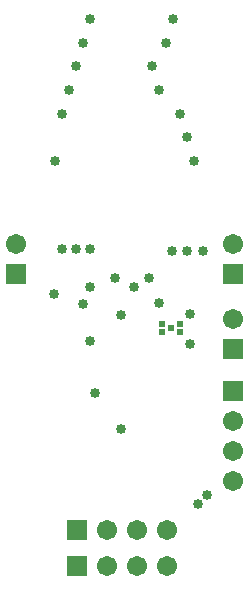
<source format=gbs>
G04 Layer_Color=16711935*
%FSLAX24Y24*%
%MOIN*%
G70*
G01*
G75*
%ADD44R,0.0671X0.0671*%
%ADD45C,0.0671*%
%ADD46R,0.0671X0.0671*%
%ADD47C,0.0237*%
%ADD48C,0.0336*%
D44*
X2559Y630D02*
D03*
Y1811D02*
D03*
D45*
X3559Y630D02*
D03*
X4559D02*
D03*
X5559D02*
D03*
X3559Y1811D02*
D03*
X4559D02*
D03*
X5559D02*
D03*
X7756Y11354D02*
D03*
Y8874D02*
D03*
Y5457D02*
D03*
Y4457D02*
D03*
Y3457D02*
D03*
X512Y11354D02*
D03*
D46*
X7756Y10354D02*
D03*
Y7874D02*
D03*
Y6457D02*
D03*
X512Y10354D02*
D03*
D47*
X5380Y8705D02*
D03*
X5971D02*
D03*
Y8429D02*
D03*
X5380D02*
D03*
X5676Y8567D02*
D03*
D48*
X6594Y2697D02*
D03*
X6890Y2992D02*
D03*
X3150Y6378D02*
D03*
X1811Y14134D02*
D03*
X2047Y15709D02*
D03*
X2283Y16496D02*
D03*
X2520Y17283D02*
D03*
X2756Y18071D02*
D03*
X2992Y18858D02*
D03*
X6457Y14134D02*
D03*
X6220Y14921D02*
D03*
X5984Y15709D02*
D03*
X2992Y11181D02*
D03*
X2520Y11181D02*
D03*
X2047Y11181D02*
D03*
X5709Y11142D02*
D03*
X6220D02*
D03*
X6732D02*
D03*
X2992Y9921D02*
D03*
X2756Y9370D02*
D03*
X2992Y8110D02*
D03*
X5039Y17283D02*
D03*
X5276Y16496D02*
D03*
X4016Y8976D02*
D03*
X5282Y9394D02*
D03*
X4941Y10217D02*
D03*
X3819D02*
D03*
X1772Y9685D02*
D03*
X4439Y9921D02*
D03*
X5748Y18858D02*
D03*
X5512Y18071D02*
D03*
X4016Y5197D02*
D03*
X6299Y9016D02*
D03*
Y8031D02*
D03*
M02*

</source>
